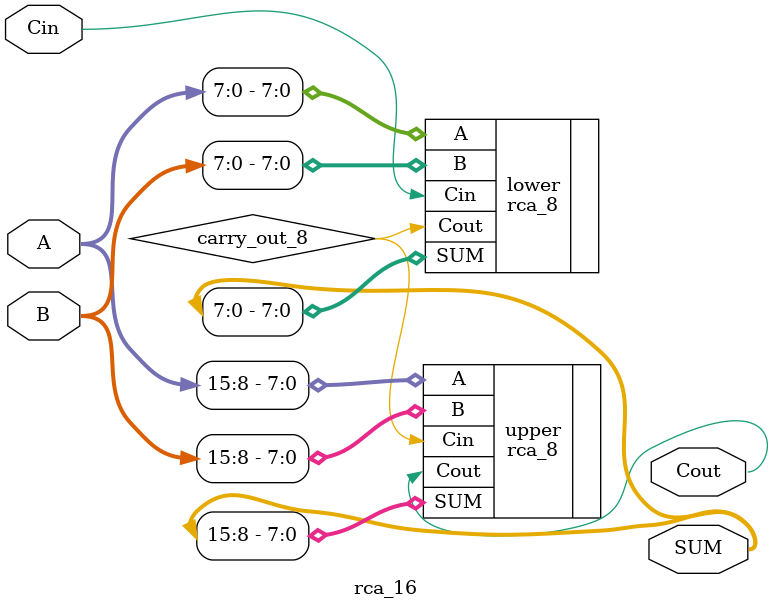
<source format=v>
module rca_16(
    input [15:0] A,
    input [15:0] B,
    input Cin,
    output [15:0] SUM,
    output Cout
);
    wire carry_out_8;

    rca_8 lower(
        .A(A[7:0]),
        .B(B[7:0]),
        .Cin(Cin),
        .SUM(SUM[7:0]),
        .Cout(carry_out_8)
    );

    rca_8 upper(
        .A(A[15:8]),
        .B(B[15:8]),
        .Cin(carry_out_8),
        .SUM(SUM[15:8]),
        .Cout(Cout)
    );
endmodule

</source>
